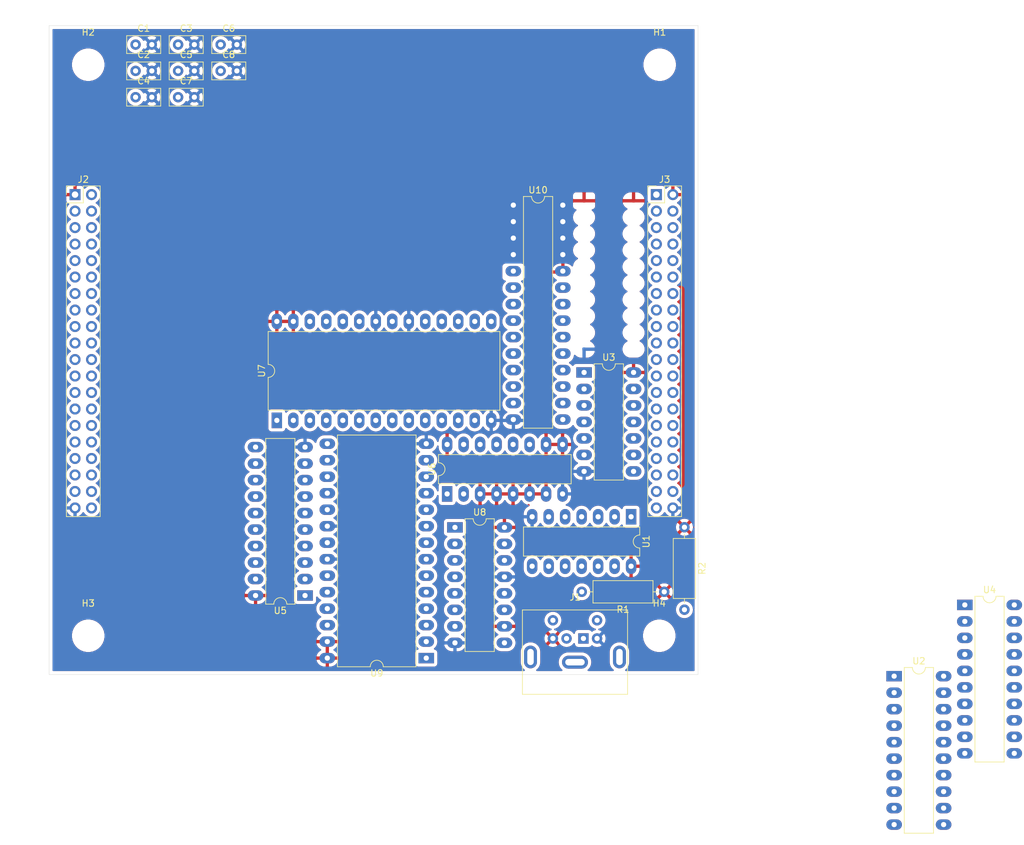
<source format=kicad_pcb>
(kicad_pcb (version 20171130) (host pcbnew "(5.1.4)-1")
  (layers (0 F.Cu signal) (31 B.Cu signal) (34 B.Paste user) (35 F.Paste user) (36 B.SilkS user) (37 F.SilkS user) (38 B.Mask user) (39 F.Mask user) (44 Edge.Cuts user))
  (net 0 "")
  (net 1 GND)
  (net 2 "Net-(C1-Pad1)")
  (net 3 +5V)
  (net 4 CU_CtrlLn11)
  (net 5 "Net-(J2-Pad3)")
  (net 6 CU_CtrlLn10)
  (net 7 "Net-(J2-Pad5)")
  (net 8 CU_CtrlLn9)
  (net 9 "Net-(J2-Pad7)")
  (net 10 CU_CtrlLn8)
  (net 11 "Net-(J2-Pad9)")
  (net 12 CU_CtrlLn7)
  (net 13 CLK_OUT)
  (net 14 CU_CtrlLn6)
  (net 15 Bus_0)
  (net 16 CU_CtrlLn5)
  (net 17 Bus_1)
  (net 18 CU_CtrlLn12)
  (net 19 Bus_2)
  (net 20 CU_CtrlLn13)
  (net 21 Bus_3)
  (net 22 CU_CtrlLn14)
  (net 23 Bus_4)
  (net 24 CU_CtrlLn15)
  (net 25 Bus_5)
  (net 26 CU_CtrlLn16)
  (net 27 Bus_6)
  (net 28 CU_CtrlLn17)
  (net 29 Bus_7)
  (net 30 CU_CtrlLn18)
  (net 31 M_RST)
  (net 32 CU_CtrlLn19)
  (net 33 "Net-(J2-Pad31)")
  (net 34 "Net-(J2-Pad32)")
  (net 35 "Net-(J2-Pad33)")
  (net 36 "Net-(J2-Pad34)")
  (net 37 "Net-(J2-Pad35)")
  (net 38 "Net-(J2-Pad36)")
  (net 39 "Net-(J2-Pad37)")
  (net 40 "Net-(J2-Pad38)")
  (net 41 "Net-(J2-Pad40)")
  (net 42 CU_MuEx_CtrlLn2)
  (net 43 CU_MuEx_CtrlLn3)
  (net 44 CU_MuEx_CtrlLn10)
  (net 45 CU_MuEx_CtrlLn4)
  (net 46 CU_MuEx_CtrlLn11)
  (net 47 CU_MuEx_CtrlLn5)
  (net 48 CU_MuEx_CtrlLn12)
  (net 49 CU_MuEx_CtrlLn6)
  (net 50 CU_MuEx_CtrlLn13)
  (net 51 CU_MuEx_CtrlLn7)
  (net 52 CU_MuEx_CtrlLn8)
  (net 53 CU_MuEx_CtrlLn9)
  (net 54 "Net-(J3-Pad17)")
  (net 55 "Net-(J3-Pad19)")
  (net 56 "Net-(J3-Pad21)")
  (net 57 KF)
  (net 58 EF)
  (net 59 CF)
  (net 60 CU_CtrlLn23)
  (net 61 CU_CtrlLn24)
  (net 62 CU_CtrlLn25)
  (net 63 "Net-(J3-Pad33)")
  (net 64 CU_CtrlLn26)
  (net 65 CU_CtrlLn20)
  (net 66 CU_CtrlLn27)
  (net 67 CU_CtrlLn21)
  (net 68 CU_MuEx_CtrlLn14)
  (net 69 CU_CtrlLn22)
  (net 70 PS2_D)
  (net 71 PS2_CLK)
  (net 72 "Net-(J1-Pad2)")
  (net 73 "Net-(J1-Pad1)")
  (net 74 Cntr_1)
  (net 75 "Net-(U1-Pad10)")
  (net 76 Cntr_3)
  (net 77 Cntr_Rst)
  (net 78 Cntr_0)
  (net 79 ASCII_Set)
  (net 80 "Net-(U1-Pad9)")
  (net 81 State_Output)
  (net 82 Shift_Latch)
  (net 83 "Net-(U2-Pad19)")
  (net 84 "Net-(U2-Pad9)")
  (net 85 ASCII_Bit_7)
  (net 86 ASCII_Bit_3)
  (net 87 ASCII_Bit_6)
  (net 88 ASCII_Bit_2)
  (net 89 "Net-(U2-Pad16)")
  (net 90 "Net-(U2-Pad6)")
  (net 91 "Net-(U2-Pad15)")
  (net 92 "Net-(U2-Pad5)")
  (net 93 ASCII_Bit_5)
  (net 94 ASCII_Bit_1)
  (net 95 ASCII_Bit_4)
  (net 96 ASCII_Bit_0)
  (net 97 "Net-(U2-Pad12)")
  (net 98 "Net-(U2-Pad2)")
  (net 99 "Net-(U3-Pad10)")
  (net 100 "Net-(U3-Pad1)")
  (net 101 "Net-(U5-Pad19)")
  (net 102 State_Break)
  (net 103 "Net-(U5-Pad18)")
  (net 104 State_Break_O)
  (net 105 State_Extra2_O)
  (net 106 State_Alt_O)
  (net 107 State_Extra2)
  (net 108 State_Alt)
  (net 109 State_Extra1)
  (net 110 State_Shift)
  (net 111 State_Extra1_O)
  (net 112 State_Shift_O)
  (net 113 State_Extra0_O)
  (net 114 State_Ctrl_O)
  (net 115 State_Extra0)
  (net 116 State_Ctrl)
  (net 117 "Net-(U6-Pad15)")
  (net 118 Cntr_2)
  (net 119 PS2_Bit_0)
  (net 120 PS2_Bit_1)
  (net 121 PS2_Bit_2)
  (net 122 PS2_Bit_3)
  (net 123 PS2_Bit_4)
  (net 124 PS2_Bit_5)
  (net 125 PS2_Bit_6)
  (net 126 PS2_Bit_7)
  (net 127 "Net-(U8-Pad9)")
  (net 128 "Net-(U3-Pad4)")
  (net 129 "Net-(U3-Pad2)")
  (net 130 "Net-(U4-Pad19)")
  (net 131 "Net-(U10-Pad13)")
  (net 132 "Net-(U10-Pad3)")
  (net 133 "Net-(U10-Pad16)")
  (module Package_DIP:DIP-28_W7.62mm_LongPads (layer F.Cu) (at 100.1014 52.5145)
    (fp_text reference U10 (at 3.81 -2.33) (layer F.SilkS))
    (fp_text value 74hct7030)
    (pad 28 thru_hole oval (at 7.62 0) (size 2.4 1.6) (drill 0.8) (layers *.Cu *.Mask) (net 3 +5V))
    (pad 14 thru_hole oval (at 0 33.02) (size 2.4 1.6) (drill 0.8) (layers *.Cu *.Mask) (net 1 GND))
    (pad 27 thru_hole oval (at 7.62 2.54) (size 2.4 1.6) (drill 0.8) (layers *.Cu *.Mask) (net 31 M_RST))
    (pad 13 thru_hole oval (at 0 30.48) (size 2.4 1.6) (drill 0.8) (layers *.Cu *.Mask) (net 131 "Net-(U10-Pad13)"))
    (pad 26 thru_hole oval (at 7.62 5.08) (size 2.4 1.6) (drill 0.8) (layers *.Cu *.Mask) (net 49 CU_MuEx_CtrlLn6))
    (pad 12 thru_hole oval (at 0 27.94) (size 2.4 1.6) (drill 0.8) (layers *.Cu *.Mask) (net 85 ASCII_Bit_7))
    (pad 25 thru_hole oval (at 7.62 7.62) (size 2.4 1.6) (drill 0.8) (layers *.Cu *.Mask) (net 57 KF))
    (pad 11 thru_hole oval (at 0 25.4) (size 2.4 1.6) (drill 0.8) (layers *.Cu *.Mask) (net 87 ASCII_Bit_6))
    (pad 24 thru_hole oval (at 7.62 10.16) (size 2.4 1.6) (drill 0.8) (layers *.Cu *.Mask) (net 15 Bus_0))
    (pad 10 thru_hole oval (at 0 22.86) (size 2.4 1.6) (drill 0.8) (layers *.Cu *.Mask) (net 93 ASCII_Bit_5))
    (pad 23 thru_hole oval (at 7.62 12.7) (size 2.4 1.6) (drill 0.8) (layers *.Cu *.Mask) (net 17 Bus_1))
    (pad 9 thru_hole oval (at 0 20.32) (size 2.4 1.6) (drill 0.8) (layers *.Cu *.Mask) (net 95 ASCII_Bit_4))
    (pad 22 thru_hole oval (at 7.62 15.24) (size 2.4 1.6) (drill 0.8) (layers *.Cu *.Mask) (net 19 Bus_2))
    (pad 8 thru_hole oval (at 0 17.78) (size 2.4 1.6) (drill 0.8) (layers *.Cu *.Mask) (net 86 ASCII_Bit_3))
    (pad 21 thru_hole oval (at 7.62 17.78) (size 2.4 1.6) (drill 0.8) (layers *.Cu *.Mask) (net 21 Bus_3))
    (pad 7 thru_hole oval (at 0 15.24) (size 2.4 1.6) (drill 0.8) (layers *.Cu *.Mask) (net 88 ASCII_Bit_2))
    (pad 20 thru_hole oval (at 7.62 20.32) (size 2.4 1.6) (drill 0.8) (layers *.Cu *.Mask) (net 23 Bus_4))
    (pad 6 thru_hole oval (at 0 12.7) (size 2.4 1.6) (drill 0.8) (layers *.Cu *.Mask) (net 94 ASCII_Bit_1))
    (pad 19 thru_hole oval (at 7.62 22.86) (size 2.4 1.6) (drill 0.8) (layers *.Cu *.Mask) (net 25 Bus_5))
    (pad 5 thru_hole oval (at 0 10.16) (size 2.4 1.6) (drill 0.8) (layers *.Cu *.Mask) (net 96 ASCII_Bit_0))
    (pad 18 thru_hole oval (at 7.62 25.4) (size 2.4 1.6) (drill 0.8) (layers *.Cu *.Mask) (net 27 Bus_6))
    (pad 4 thru_hole oval (at 0 7.62) (size 2.4 1.6) (drill 0.8) (layers *.Cu *.Mask) (net 79 ASCII_Set))
    (pad 17 thru_hole oval (at 7.62 27.94) (size 2.4 1.6) (drill 0.8) (layers *.Cu *.Mask) (net 29 Bus_7))
    (pad 3 thru_hole oval (at 0 5.08) (size 2.4 1.6) (drill 0.8) (layers *.Cu *.Mask) (net 132 "Net-(U10-Pad3)"))
    (pad 16 thru_hole oval (at 7.62 30.48) (size 2.4 1.6) (drill 0.8) (layers *.Cu *.Mask) (net 133 "Net-(U10-Pad16)"))
    (pad 2 thru_hole oval (at 0 2.54) (size 2.4 1.6) (drill 0.8) (layers *.Cu *.Mask) (net 1 GND))
    (pad 15 thru_hole oval (at 7.62 33.02) (size 2.4 1.6) (drill 0.8) (layers *.Cu *.Mask) (net 49 CU_MuEx_CtrlLn6))
    (pad 1 thru_hole rect (at 0 0) (size 2.4 1.6) (drill 0.8) (layers *.Cu *.Mask) (net 1 GND))
  )
  (module Package_DIP:DIP-28_W15.24mm_LongPads (layer F.Cu) (at 86.6902 122.2756 180)
    (fp_text reference U9 (at 7.62 -2.33) (layer F.SilkS))
    (fp_text value 28C256)
    (pad 28 thru_hole oval (at 15.24 0 180) (size 2.4 1.6) (drill 0.8) (layers *.Cu *.Mask) (net 3 +5V))
    (pad 14 thru_hole oval (at 0 33.02 180) (size 2.4 1.6) (drill 0.8) (layers *.Cu *.Mask) (net 1 GND))
    (pad 27 thru_hole oval (at 15.24 2.54 180) (size 2.4 1.6) (drill 0.8) (layers *.Cu *.Mask) (net 3 +5V))
    (pad 13 thru_hole oval (at 0 30.48 180) (size 2.4 1.6) (drill 0.8) (layers *.Cu *.Mask) (net 106 State_Alt_O))
    (pad 26 thru_hole oval (at 15.24 5.08 180) (size 2.4 1.6) (drill 0.8) (layers *.Cu *.Mask) (net 109 State_Extra1))
    (pad 12 thru_hole oval (at 0 27.94 180) (size 2.4 1.6) (drill 0.8) (layers *.Cu *.Mask) (net 112 State_Shift_O))
    (pad 25 thru_hole oval (at 15.24 7.62 180) (size 2.4 1.6) (drill 0.8) (layers *.Cu *.Mask) (net 116 State_Ctrl))
    (pad 11 thru_hole oval (at 0 25.4 180) (size 2.4 1.6) (drill 0.8) (layers *.Cu *.Mask) (net 114 State_Ctrl_O))
    (pad 24 thru_hole oval (at 15.24 10.16 180) (size 2.4 1.6) (drill 0.8) (layers *.Cu *.Mask) (net 110 State_Shift))
    (pad 10 thru_hole oval (at 0 22.86 180) (size 2.4 1.6) (drill 0.8) (layers *.Cu *.Mask) (net 119 PS2_Bit_0))
    (pad 23 thru_hole oval (at 15.24 12.7 180) (size 2.4 1.6) (drill 0.8) (layers *.Cu *.Mask) (net 102 State_Break))
    (pad 9 thru_hole oval (at 0 20.32 180) (size 2.4 1.6) (drill 0.8) (layers *.Cu *.Mask) (net 120 PS2_Bit_1))
    (pad 22 thru_hole oval (at 15.24 15.24 180) (size 2.4 1.6) (drill 0.8) (layers *.Cu *.Mask) (net 1 GND))
    (pad 8 thru_hole oval (at 0 17.78 180) (size 2.4 1.6) (drill 0.8) (layers *.Cu *.Mask) (net 121 PS2_Bit_2))
    (pad 21 thru_hole oval (at 15.24 17.78 180) (size 2.4 1.6) (drill 0.8) (layers *.Cu *.Mask) (net 108 State_Alt))
    (pad 7 thru_hole oval (at 0 15.24 180) (size 2.4 1.6) (drill 0.8) (layers *.Cu *.Mask) (net 122 PS2_Bit_3))
    (pad 20 thru_hole oval (at 15.24 20.32 180) (size 2.4 1.6) (drill 0.8) (layers *.Cu *.Mask) (net 1 GND))
    (pad 6 thru_hole oval (at 0 12.7 180) (size 2.4 1.6) (drill 0.8) (layers *.Cu *.Mask) (net 123 PS2_Bit_4))
    (pad 19 thru_hole oval (at 15.24 22.86 180) (size 2.4 1.6) (drill 0.8) (layers *.Cu *.Mask) (net 81 State_Output))
    (pad 5 thru_hole oval (at 0 10.16 180) (size 2.4 1.6) (drill 0.8) (layers *.Cu *.Mask) (net 124 PS2_Bit_5))
    (pad 18 thru_hole oval (at 15.24 25.4 180) (size 2.4 1.6) (drill 0.8) (layers *.Cu *.Mask) (net 105 State_Extra2_O))
    (pad 4 thru_hole oval (at 0 7.62 180) (size 2.4 1.6) (drill 0.8) (layers *.Cu *.Mask) (net 125 PS2_Bit_6))
    (pad 17 thru_hole oval (at 15.24 27.94 180) (size 2.4 1.6) (drill 0.8) (layers *.Cu *.Mask) (net 111 State_Extra1_O))
    (pad 3 thru_hole oval (at 0 5.08 180) (size 2.4 1.6) (drill 0.8) (layers *.Cu *.Mask) (net 126 PS2_Bit_7))
    (pad 16 thru_hole oval (at 15.24 30.48 180) (size 2.4 1.6) (drill 0.8) (layers *.Cu *.Mask) (net 113 State_Extra0_O))
    (pad 2 thru_hole oval (at 0 2.54 180) (size 2.4 1.6) (drill 0.8) (layers *.Cu *.Mask) (net 115 State_Extra0))
    (pad 15 thru_hole oval (at 15.24 33.02 180) (size 2.4 1.6) (drill 0.8) (layers *.Cu *.Mask) (net 104 State_Break_O))
    (pad 1 thru_hole rect (at 0 0 180) (size 2.4 1.6) (drill 0.8) (layers *.Cu *.Mask) (net 107 State_Extra2))
  )
  (module Package_DIP:DIP-16_W7.62mm_LongPads (layer F.Cu) (at 91.1098 102.1461)
    (fp_text reference U8 (at 3.81 -2.33) (layer F.SilkS))
    (fp_text value 74LS595)
    (pad 16 thru_hole oval (at 7.62 0) (size 2.4 1.6) (drill 0.8) (layers *.Cu *.Mask) (net 3 +5V))
    (pad 8 thru_hole oval (at 0 17.78) (size 2.4 1.6) (drill 0.8) (layers *.Cu *.Mask) (net 1 GND))
    (pad 15 thru_hole oval (at 7.62 2.54) (size 2.4 1.6) (drill 0.8) (layers *.Cu *.Mask) (net 119 PS2_Bit_0))
    (pad 7 thru_hole oval (at 0 15.24) (size 2.4 1.6) (drill 0.8) (layers *.Cu *.Mask) (net 126 PS2_Bit_7))
    (pad 14 thru_hole oval (at 7.62 5.08) (size 2.4 1.6) (drill 0.8) (layers *.Cu *.Mask) (net 70 PS2_D))
    (pad 6 thru_hole oval (at 0 12.7) (size 2.4 1.6) (drill 0.8) (layers *.Cu *.Mask) (net 125 PS2_Bit_6))
    (pad 13 thru_hole oval (at 7.62 7.62) (size 2.4 1.6) (drill 0.8) (layers *.Cu *.Mask) (net 1 GND))
    (pad 5 thru_hole oval (at 0 10.16) (size 2.4 1.6) (drill 0.8) (layers *.Cu *.Mask) (net 124 PS2_Bit_5))
    (pad 12 thru_hole oval (at 7.62 10.16) (size 2.4 1.6) (drill 0.8) (layers *.Cu *.Mask) (net 82 Shift_Latch))
    (pad 4 thru_hole oval (at 0 7.62) (size 2.4 1.6) (drill 0.8) (layers *.Cu *.Mask) (net 123 PS2_Bit_4))
    (pad 11 thru_hole oval (at 7.62 12.7) (size 2.4 1.6) (drill 0.8) (layers *.Cu *.Mask) (net 71 PS2_CLK))
    (pad 3 thru_hole oval (at 0 5.08) (size 2.4 1.6) (drill 0.8) (layers *.Cu *.Mask) (net 122 PS2_Bit_3))
    (pad 10 thru_hole oval (at 7.62 15.24) (size 2.4 1.6) (drill 0.8) (layers *.Cu *.Mask) (net 3 +5V))
    (pad 2 thru_hole oval (at 0 2.54) (size 2.4 1.6) (drill 0.8) (layers *.Cu *.Mask) (net 121 PS2_Bit_2))
    (pad 9 thru_hole oval (at 7.62 17.78) (size 2.4 1.6) (drill 0.8) (layers *.Cu *.Mask) (net 127 "Net-(U8-Pad9)"))
    (pad 1 thru_hole rect (at 0 0) (size 2.4 1.6) (drill 0.8) (layers *.Cu *.Mask) (net 120 PS2_Bit_1))
  )
  (module Package_DIP:DIP-28_W15.24mm_LongPads (layer F.Cu) (at 63.6778 85.6615 90)
    (fp_text reference U7 (at 7.62 -2.33 90) (layer F.SilkS))
    (fp_text value 28C256)
    (pad 28 thru_hole oval (at 15.24 0 90) (size 2.4 1.6) (drill 0.8) (layers *.Cu *.Mask) (net 3 +5V))
    (pad 14 thru_hole oval (at 0 33.02 90) (size 2.4 1.6) (drill 0.8) (layers *.Cu *.Mask) (net 1 GND))
    (pad 27 thru_hole oval (at 15.24 2.54 90) (size 2.4 1.6) (drill 0.8) (layers *.Cu *.Mask) (net 3 +5V))
    (pad 13 thru_hole oval (at 0 30.48 90) (size 2.4 1.6) (drill 0.8) (layers *.Cu *.Mask) (net 88 ASCII_Bit_2))
    (pad 26 thru_hole oval (at 15.24 5.08 90) (size 2.4 1.6) (drill 0.8) (layers *.Cu *.Mask) (net 109 State_Extra1))
    (pad 12 thru_hole oval (at 0 27.94 90) (size 2.4 1.6) (drill 0.8) (layers *.Cu *.Mask) (net 94 ASCII_Bit_1))
    (pad 25 thru_hole oval (at 15.24 7.62 90) (size 2.4 1.6) (drill 0.8) (layers *.Cu *.Mask) (net 116 State_Ctrl))
    (pad 11 thru_hole oval (at 0 25.4 90) (size 2.4 1.6) (drill 0.8) (layers *.Cu *.Mask) (net 96 ASCII_Bit_0))
    (pad 24 thru_hole oval (at 15.24 10.16 90) (size 2.4 1.6) (drill 0.8) (layers *.Cu *.Mask) (net 110 State_Shift))
    (pad 10 thru_hole oval (at 0 22.86 90) (size 2.4 1.6) (drill 0.8) (layers *.Cu *.Mask) (net 119 PS2_Bit_0))
    (pad 23 thru_hole oval (at 15.24 12.7 90) (size 2.4 1.6) (drill 0.8) (layers *.Cu *.Mask) (net 102 State_Break))
    (pad 9 thru_hole oval (at 0 20.32 90) (size 2.4 1.6) (drill 0.8) (layers *.Cu *.Mask) (net 120 PS2_Bit_1))
    (pad 22 thru_hole oval (at 15.24 15.24 90) (size 2.4 1.6) (drill 0.8) (layers *.Cu *.Mask) (net 1 GND))
    (pad 8 thru_hole oval (at 0 17.78 90) (size 2.4 1.6) (drill 0.8) (layers *.Cu *.Mask) (net 121 PS2_Bit_2))
    (pad 21 thru_hole oval (at 15.24 17.78 90) (size 2.4 1.6) (drill 0.8) (layers *.Cu *.Mask) (net 108 State_Alt))
    (pad 7 thru_hole oval (at 0 15.24 90) (size 2.4 1.6) (drill 0.8) (layers *.Cu *.Mask) (net 122 PS2_Bit_3))
    (pad 20 thru_hole oval (at 15.24 20.32 90) (size 2.4 1.6) (drill 0.8) (layers *.Cu *.Mask) (net 1 GND))
    (pad 6 thru_hole oval (at 0 12.7 90) (size 2.4 1.6) (drill 0.8) (layers *.Cu *.Mask) (net 123 PS2_Bit_4))
    (pad 19 thru_hole oval (at 15.24 22.86 90) (size 2.4 1.6) (drill 0.8) (layers *.Cu *.Mask) (net 85 ASCII_Bit_7))
    (pad 5 thru_hole oval (at 0 10.16 90) (size 2.4 1.6) (drill 0.8) (layers *.Cu *.Mask) (net 124 PS2_Bit_5))
    (pad 18 thru_hole oval (at 15.24 25.4 90) (size 2.4 1.6) (drill 0.8) (layers *.Cu *.Mask) (net 87 ASCII_Bit_6))
    (pad 4 thru_hole oval (at 0 7.62 90) (size 2.4 1.6) (drill 0.8) (layers *.Cu *.Mask) (net 125 PS2_Bit_6))
    (pad 17 thru_hole oval (at 15.24 27.94 90) (size 2.4 1.6) (drill 0.8) (layers *.Cu *.Mask) (net 93 ASCII_Bit_5))
    (pad 3 thru_hole oval (at 0 5.08 90) (size 2.4 1.6) (drill 0.8) (layers *.Cu *.Mask) (net 126 PS2_Bit_7))
    (pad 16 thru_hole oval (at 15.24 30.48 90) (size 2.4 1.6) (drill 0.8) (layers *.Cu *.Mask) (net 95 ASCII_Bit_4))
    (pad 2 thru_hole oval (at 0 2.54 90) (size 2.4 1.6) (drill 0.8) (layers *.Cu *.Mask) (net 115 State_Extra0))
    (pad 15 thru_hole oval (at 15.24 33.02 90) (size 2.4 1.6) (drill 0.8) (layers *.Cu *.Mask) (net 86 ASCII_Bit_3))
    (pad 1 thru_hole rect (at 0 0 90) (size 2.4 1.6) (drill 0.8) (layers *.Cu *.Mask) (net 107 State_Extra2))
  )
  (module Package_DIP:DIP-16_W7.62mm_LongPads (layer F.Cu) (at 89.9033 96.9899 90)
    (fp_text reference U6 (at 3.81 -2.33 90) (layer F.SilkS))
    (fp_text value 74LS161)
    (pad 16 thru_hole oval (at 7.62 0 90) (size 2.4 1.6) (drill 0.8) (layers *.Cu *.Mask) (net 3 +5V))
    (pad 8 thru_hole oval (at 0 17.78 90) (size 2.4 1.6) (drill 0.8) (layers *.Cu *.Mask) (net 1 GND))
    (pad 15 thru_hole oval (at 7.62 2.54 90) (size 2.4 1.6) (drill 0.8) (layers *.Cu *.Mask) (net 117 "Net-(U6-Pad15)"))
    (pad 7 thru_hole oval (at 0 15.24 90) (size 2.4 1.6) (drill 0.8) (layers *.Cu *.Mask) (net 3 +5V))
    (pad 14 thru_hole oval (at 7.62 5.08 90) (size 2.4 1.6) (drill 0.8) (layers *.Cu *.Mask) (net 78 Cntr_0))
    (pad 6 thru_hole oval (at 0 12.7 90) (size 2.4 1.6) (drill 0.8) (layers *.Cu *.Mask) (net 3 +5V))
    (pad 13 thru_hole oval (at 7.62 7.62 90) (size 2.4 1.6) (drill 0.8) (layers *.Cu *.Mask) (net 74 Cntr_1))
    (pad 5 thru_hole oval (at 0 10.16 90) (size 2.4 1.6) (drill 0.8) (layers *.Cu *.Mask) (net 3 +5V))
    (pad 12 thru_hole oval (at 7.62 10.16 90) (size 2.4 1.6) (drill 0.8) (layers *.Cu *.Mask) (net 118 Cntr_2))
    (pad 4 thru_hole oval (at 0 7.62 90) (size 2.4 1.6) (drill 0.8) (layers *.Cu *.Mask) (net 3 +5V))
    (pad 11 thru_hole oval (at 7.62 12.7 90) (size 2.4 1.6) (drill 0.8) (layers *.Cu *.Mask) (net 76 Cntr_3))
    (pad 3 thru_hole oval (at 0 5.08 90) (size 2.4 1.6) (drill 0.8) (layers *.Cu *.Mask) (net 3 +5V))
    (pad 10 thru_hole oval (at 7.62 15.24 90) (size 2.4 1.6) (drill 0.8) (layers *.Cu *.Mask) (net 3 +5V))
    (pad 2 thru_hole oval (at 0 2.54 90) (size 2.4 1.6) (drill 0.8) (layers *.Cu *.Mask) (net 71 PS2_CLK))
    (pad 9 thru_hole oval (at 7.62 17.78 90) (size 2.4 1.6) (drill 0.8) (layers *.Cu *.Mask) (net 3 +5V))
    (pad 1 thru_hole rect (at 0 0 90) (size 2.4 1.6) (drill 0.8) (layers *.Cu *.Mask) (net 77 Cntr_Rst))
  )
  (module Package_DIP:DIP-20_W7.62mm_LongPads (layer F.Cu) (at 68.0212 112.6363 180)
    (fp_text reference U5 (at 3.81 -2.33) (layer F.SilkS))
    (fp_text value 74LS273)
    (pad 20 thru_hole oval (at 7.62 0 180) (size 2.4 1.6) (drill 0.8) (layers *.Cu *.Mask) (net 3 +5V))
    (pad 10 thru_hole oval (at 0 22.86 180) (size 2.4 1.6) (drill 0.8) (layers *.Cu *.Mask) (net 1 GND))
    (pad 19 thru_hole oval (at 7.62 2.54 180) (size 2.4 1.6) (drill 0.8) (layers *.Cu *.Mask) (net 101 "Net-(U5-Pad19)"))
    (pad 9 thru_hole oval (at 0 20.32 180) (size 2.4 1.6) (drill 0.8) (layers *.Cu *.Mask) (net 102 State_Break))
    (pad 18 thru_hole oval (at 7.62 5.08 180) (size 2.4 1.6) (drill 0.8) (layers *.Cu *.Mask) (net 103 "Net-(U5-Pad18)"))
    (pad 8 thru_hole oval (at 0 17.78 180) (size 2.4 1.6) (drill 0.8) (layers *.Cu *.Mask) (net 104 State_Break_O))
    (pad 17 thru_hole oval (at 7.62 7.62 180) (size 2.4 1.6) (drill 0.8) (layers *.Cu *.Mask) (net 105 State_Extra2_O))
    (pad 7 thru_hole oval (at 0 15.24 180) (size 2.4 1.6) (drill 0.8) (layers *.Cu *.Mask) (net 106 State_Alt_O))
    (pad 16 thru_hole oval (at 7.62 10.16 180) (size 2.4 1.6) (drill 0.8) (layers *.Cu *.Mask) (net 107 State_Extra2))
    (pad 6 thru_hole oval (at 0 12.7 180) (size 2.4 1.6) (drill 0.8) (layers *.Cu *.Mask) (net 108 State_Alt))
    (pad 15 thru_hole oval (at 7.62 12.7 180) (size 2.4 1.6) (drill 0.8) (layers *.Cu *.Mask) (net 109 State_Extra1))
    (pad 5 thru_hole oval (at 0 10.16 180) (size 2.4 1.6) (drill 0.8) (layers *.Cu *.Mask) (net 110 State_Shift))
    (pad 14 thru_hole oval (at 7.62 15.24 180) (size 2.4 1.6) (drill 0.8) (layers *.Cu *.Mask) (net 111 State_Extra1_O))
    (pad 4 thru_hole oval (at 0 7.62 180) (size 2.4 1.6) (drill 0.8) (layers *.Cu *.Mask) (net 112 State_Shift_O))
    (pad 13 thru_hole oval (at 7.62 17.78 180) (size 2.4 1.6) (drill 0.8) (layers *.Cu *.Mask) (net 113 State_Extra0_O))
    (pad 3 thru_hole oval (at 0 5.08 180) (size 2.4 1.6) (drill 0.8) (layers *.Cu *.Mask) (net 114 State_Ctrl_O))
    (pad 12 thru_hole oval (at 7.62 20.32 180) (size 2.4 1.6) (drill 0.8) (layers *.Cu *.Mask) (net 115 State_Extra0))
    (pad 2 thru_hole oval (at 0 2.54 180) (size 2.4 1.6) (drill 0.8) (layers *.Cu *.Mask) (net 116 State_Ctrl))
    (pad 11 thru_hole oval (at 7.62 22.86 180) (size 2.4 1.6) (drill 0.8) (layers *.Cu *.Mask) (net 77 Cntr_Rst))
    (pad 1 thru_hole rect (at 0 0 180) (size 2.4 1.6) (drill 0.8) (layers *.Cu *.Mask) (net 31 M_RST))
  )
  (module Package_DIP:DIP-20_W7.62mm_LongPads (layer F.Cu) (at 169.6339 114.0841)
    (fp_text reference U4 (at 3.81 -2.33) (layer F.SilkS))
    (fp_text value 74LS245)
    (pad 20 thru_hole oval (at 7.62 0) (size 2.4 1.6) (drill 0.8) (layers *.Cu *.Mask) (net 3 +5V))
    (pad 10 thru_hole oval (at 0 22.86) (size 2.4 1.6) (drill 0.8) (layers *.Cu *.Mask) (net 1 GND))
    (pad 19 thru_hole oval (at 7.62 2.54) (size 2.4 1.6) (drill 0.8) (layers *.Cu *.Mask) (net 130 "Net-(U4-Pad19)"))
    (pad 9 thru_hole oval (at 0 20.32) (size 2.4 1.6) (drill 0.8) (layers *.Cu *.Mask) (net 83 "Net-(U2-Pad19)"))
    (pad 18 thru_hole oval (at 7.62 5.08) (size 2.4 1.6) (drill 0.8) (layers *.Cu *.Mask) (net 15 Bus_0))
    (pad 8 thru_hole oval (at 0 17.78) (size 2.4 1.6) (drill 0.8) (layers *.Cu *.Mask) (net 89 "Net-(U2-Pad16)"))
    (pad 17 thru_hole oval (at 7.62 7.62) (size 2.4 1.6) (drill 0.8) (layers *.Cu *.Mask) (net 17 Bus_1))
    (pad 7 thru_hole oval (at 0 15.24) (size 2.4 1.6) (drill 0.8) (layers *.Cu *.Mask) (net 91 "Net-(U2-Pad15)"))
    (pad 16 thru_hole oval (at 7.62 10.16) (size 2.4 1.6) (drill 0.8) (layers *.Cu *.Mask) (net 19 Bus_2))
    (pad 6 thru_hole oval (at 0 12.7) (size 2.4 1.6) (drill 0.8) (layers *.Cu *.Mask) (net 97 "Net-(U2-Pad12)"))
    (pad 15 thru_hole oval (at 7.62 12.7) (size 2.4 1.6) (drill 0.8) (layers *.Cu *.Mask) (net 21 Bus_3))
    (pad 5 thru_hole oval (at 0 10.16) (size 2.4 1.6) (drill 0.8) (layers *.Cu *.Mask) (net 84 "Net-(U2-Pad9)"))
    (pad 14 thru_hole oval (at 7.62 15.24) (size 2.4 1.6) (drill 0.8) (layers *.Cu *.Mask) (net 23 Bus_4))
    (pad 4 thru_hole oval (at 0 7.62) (size 2.4 1.6) (drill 0.8) (layers *.Cu *.Mask) (net 90 "Net-(U2-Pad6)"))
    (pad 13 thru_hole oval (at 7.62 17.78) (size 2.4 1.6) (drill 0.8) (layers *.Cu *.Mask) (net 25 Bus_5))
    (pad 3 thru_hole oval (at 0 5.08) (size 2.4 1.6) (drill 0.8) (layers *.Cu *.Mask) (net 92 "Net-(U2-Pad5)"))
    (pad 12 thru_hole oval (at 7.62 20.32) (size 2.4 1.6) (drill 0.8) (layers *.Cu *.Mask) (net 27 Bus_6))
    (pad 2 thru_hole oval (at 0 2.54) (size 2.4 1.6) (drill 0.8) (layers *.Cu *.Mask) (net 98 "Net-(U2-Pad2)"))
    (pad 11 thru_hole oval (at 7.62 22.86) (size 2.4 1.6) (drill 0.8) (layers *.Cu *.Mask) (net 29 Bus_7))
    (pad 1 thru_hole rect (at 0 0) (size 2.4 1.6) (drill 0.8) (layers *.Cu *.Mask) (net 3 +5V))
  )
  (module Package_DIP:DIP-14_W7.62mm_LongPads (layer F.Cu) (at 110.998 78.2828)
    (fp_text reference U3 (at 3.81 -2.33) (layer F.SilkS))
    (fp_text value 7402)
    (pad 14 thru_hole oval (at 7.62 0) (size 2.4 1.6) (drill 0.8) (layers *.Cu *.Mask) (net 3 +5V))
    (pad 7 thru_hole oval (at 0 15.24) (size 2.4 1.6) (drill 0.8) (layers *.Cu *.Mask) (net 1 GND))
    (pad 13 thru_hole oval (at 7.62 2.54) (size 2.4 1.6) (drill 0.8) (layers *.Cu *.Mask) (net 80 "Net-(U1-Pad9)"))
    (pad 6 thru_hole oval (at 0 12.7) (size 2.4 1.6) (drill 0.8) (layers *.Cu *.Mask) (net 99 "Net-(U3-Pad10)"))
    (pad 12 thru_hole oval (at 7.62 5.08) (size 2.4 1.6) (drill 0.8) (layers *.Cu *.Mask) (net 74 Cntr_1))
    (pad 5 thru_hole oval (at 0 10.16) (size 2.4 1.6) (drill 0.8) (layers *.Cu *.Mask) (net 49 CU_MuEx_CtrlLn6))
    (pad 11 thru_hole oval (at 7.62 7.62) (size 2.4 1.6) (drill 0.8) (layers *.Cu *.Mask) (net 74 Cntr_1))
    (pad 4 thru_hole oval (at 0 7.62) (size 2.4 1.6) (drill 0.8) (layers *.Cu *.Mask) (net 128 "Net-(U3-Pad4)"))
    (pad 10 thru_hole oval (at 7.62 10.16) (size 2.4 1.6) (drill 0.8) (layers *.Cu *.Mask) (net 99 "Net-(U3-Pad10)"))
    (pad 3 thru_hole oval (at 0 5.08) (size 2.4 1.6) (drill 0.8) (layers *.Cu *.Mask) (net 129 "Net-(U3-Pad2)"))
    (pad 9 thru_hole oval (at 7.62 12.7) (size 2.4 1.6) (drill 0.8) (layers *.Cu *.Mask) (net 79 ASCII_Set))
    (pad 2 thru_hole oval (at 0 2.54) (size 2.4 1.6) (drill 0.8) (layers *.Cu *.Mask) (net 129 "Net-(U3-Pad2)"))
    (pad 8 thru_hole oval (at 7.62 15.24) (size 2.4 1.6) (drill 0.8) (layers *.Cu *.Mask) (net 128 "Net-(U3-Pad4)"))
    (pad 1 thru_hole rect (at 0 0) (size 2.4 1.6) (drill 0.8) (layers *.Cu *.Mask) (net 100 "Net-(U3-Pad1)"))
  )
  (module Package_DIP:DIP-20_W7.62mm_LongPads (layer F.Cu) (at 158.75 125.0569)
    (fp_text reference U2 (at 3.81 -2.33) (layer F.SilkS))
    (fp_text value 74LS273)
    (pad 20 thru_hole oval (at 7.62 0) (size 2.4 1.6) (drill 0.8) (layers *.Cu *.Mask) (net 3 +5V))
    (pad 10 thru_hole oval (at 0 22.86) (size 2.4 1.6) (drill 0.8) (layers *.Cu *.Mask) (net 1 GND))
    (pad 19 thru_hole oval (at 7.62 2.54) (size 2.4 1.6) (drill 0.8) (layers *.Cu *.Mask) (net 83 "Net-(U2-Pad19)"))
    (pad 9 thru_hole oval (at 0 20.32) (size 2.4 1.6) (drill 0.8) (layers *.Cu *.Mask) (net 84 "Net-(U2-Pad9)"))
    (pad 18 thru_hole oval (at 7.62 5.08) (size 2.4 1.6) (drill 0.8) (layers *.Cu *.Mask) (net 85 ASCII_Bit_7))
    (pad 8 thru_hole oval (at 0 17.78) (size 2.4 1.6) (drill 0.8) (layers *.Cu *.Mask) (net 86 ASCII_Bit_3))
    (pad 17 thru_hole oval (at 7.62 7.62) (size 2.4 1.6) (drill 0.8) (layers *.Cu *.Mask) (net 87 ASCII_Bit_6))
    (pad 7 thru_hole oval (at 0 15.24) (size 2.4 1.6) (drill 0.8) (layers *.Cu *.Mask) (net 88 ASCII_Bit_2))
    (pad 16 thru_hole oval (at 7.62 10.16) (size 2.4 1.6) (drill 0.8) (layers *.Cu *.Mask) (net 89 "Net-(U2-Pad16)"))
    (pad 6 thru_hole oval (at 0 12.7) (size 2.4 1.6) (drill 0.8) (layers *.Cu *.Mask) (net 90 "Net-(U2-Pad6)"))
    (pad 15 thru_hole oval (at 7.62 12.7) (size 2.4 1.6) (drill 0.8) (layers *.Cu *.Mask) (net 91 "Net-(U2-Pad15)"))
    (pad 5 thru_hole oval (at 0 10.16) (size 2.4 1.6) (drill 0.8) (layers *.Cu *.Mask) (net 92 "Net-(U2-Pad5)"))
    (pad 14 thru_hole oval (at 7.62 15.24) (size 2.4 1.6) (drill 0.8) (layers *.Cu *.Mask) (net 93 ASCII_Bit_5))
    (pad 4 thru_hole oval (at 0 7.62) (size 2.4 1.6) (drill 0.8) (layers *.Cu *.Mask) (net 94 ASCII_Bit_1))
    (pad 13 thru_hole oval (at 7.62 17.78) (size 2.4 1.6) (drill 0.8) (layers *.Cu *.Mask) (net 95 ASCII_Bit_4))
    (pad 3 thru_hole oval (at 0 5.08) (size 2.4 1.6) (drill 0.8) (layers *.Cu *.Mask) (net 96 ASCII_Bit_0))
    (pad 12 thru_hole oval (at 7.62 20.32) (size 2.4 1.6) (drill 0.8) (layers *.Cu *.Mask) (net 97 "Net-(U2-Pad12)"))
    (pad 2 thru_hole oval (at 0 2.54) (size 2.4 1.6) (drill 0.8) (layers *.Cu *.Mask) (net 98 "Net-(U2-Pad2)"))
    (pad 11 thru_hole oval (at 7.62 22.86) (size 2.4 1.6) (drill 0.8) (layers *.Cu *.Mask) (net 79 ASCII_Set))
    (pad 1 thru_hole rect (at 0 0) (size 2.4 1.6) (drill 0.8) (layers *.Cu *.Mask) (net 31 M_RST))
  )
  (module Package_DIP:DIP-14_W7.62mm_LongPads (layer F.Cu) (at 118.237 100.5078 270)
    (fp_text reference U1 (at 3.81 -2.33 90) (layer F.SilkS))
    (fp_text value 74LS08)
    (pad 14 thru_hole oval (at 7.62 0 270) (size 2.4 1.6) (drill 0.8) (layers *.Cu *.Mask) (net 3 +5V))
    (pad 7 thru_hole oval (at 0 15.24 270) (size 2.4 1.6) (drill 0.8) (layers *.Cu *.Mask) (net 1 GND))
    (pad 13 thru_hole oval (at 7.62 2.54 270) (size 2.4 1.6) (drill 0.8) (layers *.Cu *.Mask) (net 74 Cntr_1))
    (pad 6 thru_hole oval (at 0 12.7 270) (size 2.4 1.6) (drill 0.8) (layers *.Cu *.Mask) (net 75 "Net-(U1-Pad10)"))
    (pad 12 thru_hole oval (at 7.62 5.08 270) (size 2.4 1.6) (drill 0.8) (layers *.Cu *.Mask) (net 75 "Net-(U1-Pad10)"))
    (pad 5 thru_hole oval (at 0 10.16 270) (size 2.4 1.6) (drill 0.8) (layers *.Cu *.Mask) (net 76 Cntr_3))
    (pad 11 thru_hole oval (at 7.62 7.62 270) (size 2.4 1.6) (drill 0.8) (layers *.Cu *.Mask) (net 77 Cntr_Rst))
    (pad 4 thru_hole oval (at 0 7.62 270) (size 2.4 1.6) (drill 0.8) (layers *.Cu *.Mask) (net 78 Cntr_0))
    (pad 10 thru_hole oval (at 7.62 10.16 270) (size 2.4 1.6) (drill 0.8) (layers *.Cu *.Mask) (net 75 "Net-(U1-Pad10)"))
    (pad 3 thru_hole oval (at 0 5.08 270) (size 2.4 1.6) (drill 0.8) (layers *.Cu *.Mask) (net 79 ASCII_Set))
    (pad 9 thru_hole oval (at 7.62 12.7 270) (size 2.4 1.6) (drill 0.8) (layers *.Cu *.Mask) (net 80 "Net-(U1-Pad9)"))
    (pad 2 thru_hole oval (at 0 2.54 270) (size 2.4 1.6) (drill 0.8) (layers *.Cu *.Mask) (net 81 State_Output))
    (pad 8 thru_hole oval (at 7.62 15.24 270) (size 2.4 1.6) (drill 0.8) (layers *.Cu *.Mask) (net 82 Shift_Latch))
    (pad 1 thru_hole rect (at 0 0 270) (size 2.4 1.6) (drill 0.8) (layers *.Cu *.Mask) (net 77 Cntr_Rst))
  )
  (module Resistor_THT:R_Axial_DIN0309_L9.0mm_D3.2mm_P12.70mm_Horizontal (layer F.Cu) (at 126.4539 102.1207 270)
    (fp_text reference R2 (at 6.35 -2.72 90) (layer F.SilkS))
    (fp_text value 10k)
    (pad 2 thru_hole oval (at 12.7 0 270) (size 1.6 1.6) (drill 0.8) (layers *.Cu *.Mask) (net 71 PS2_CLK))
    (pad 1 thru_hole circle (at 0 0 270) (size 1.6 1.6) (drill 0.8) (layers *.Cu *.Mask) (net 3 +5V))
  )
  (module Resistor_THT:R_Axial_DIN0309_L9.0mm_D3.2mm_P12.70mm_Horizontal (layer F.Cu) (at 123.3424 112.0648 180)
    (fp_text reference R1 (at 6.35 -2.72) (layer F.SilkS))
    (fp_text value 10k)
    (pad 2 thru_hole oval (at 12.7 0 180) (size 1.6 1.6) (drill 0.8) (layers *.Cu *.Mask) (net 70 PS2_D))
    (pad 1 thru_hole circle (at 0 0 180) (size 1.6 1.6) (drill 0.8) (layers *.Cu *.Mask) (net 3 +5V))
  )
  (module "custom lib:Connector_Mini-DIN_Female_6Pin_2rows" (layer F.Cu) (at 110.8964 119.253)
    (fp_text reference J1 (at -1.27 -6.35) (layer F.SilkS))
    (fp_text value Mini-DIN-6)
    (pad 7 thru_hole oval (at -1.3 3.65) (size 4 2) (drill oval 3 1) (layers *.Cu *.Mask))
    (pad 6 thru_hole circle (at -4.7 -2.8) (size 1.6 1.6) (drill 0.8) (layers *.Cu *.Mask) (net 70 PS2_D))
    (pad 5 thru_hole circle (at 2.1 -2.8) (size 1.6 1.6) (drill 0.8) (layers *.Cu *.Mask) (net 71 PS2_CLK))
    (pad 4 thru_hole circle (at -4.7 0) (size 1.6 1.6) (drill 0.8) (layers *.Cu *.Mask) (net 3 +5V))
    (pad 3 thru_hole circle (at 2.1 0) (size 1.6 1.6) (drill 0.8) (layers *.Cu *.Mask) (net 1 GND))
    (pad 2 thru_hole circle (at -2.6 0) (size 1.6 1.6) (drill 0.8) (layers *.Cu *.Mask) (net 72 "Net-(J1-Pad2)"))
    (pad 1 thru_hole rect (at 0 0) (size 1.6 1.6) (drill 0.8) (layers *.Cu *.Mask) (net 73 "Net-(J1-Pad1)"))
    (pad 7 thru_hole oval (at 5.55 2.85) (size 2 3.5) (drill oval 1 2.5) (layers *.Cu *.Mask))
    (pad 7 thru_hole oval (at -8.15 2.85) (size 2 3.5) (drill oval 1 2.5) (layers *.Cu *.Mask))
  )
  (module Capacitor_THT:C_Disc_D5.0mm_W2.5mm_P2.50mm (layer F.Cu) (at 55.0227 31.8376)
    (fp_text reference C8 (at 1.25 -2.5) (layer F.SilkS))
    (fp_text value 100nf)
    (pad 2 thru_hole circle (at 2.5 0) (size 1.6 1.6) (drill 0.8) (layers *.Cu *.Mask) (net 1 GND))
    (pad 1 thru_hole circle (at 0 0) (size 1.6 1.6) (drill 0.8) (layers *.Cu *.Mask) (net 2 "Net-(C1-Pad1)"))
  )
  (module Capacitor_THT:C_Disc_D5.0mm_W2.5mm_P2.50mm (layer F.Cu) (at 48.4727 35.8876)
    (fp_text reference C7 (at 1.25 -2.5) (layer F.SilkS))
    (fp_text value 100nf)
    (pad 2 thru_hole circle (at 2.5 0) (size 1.6 1.6) (drill 0.8) (layers *.Cu *.Mask) (net 1 GND))
    (pad 1 thru_hole circle (at 0 0) (size 1.6 1.6) (drill 0.8) (layers *.Cu *.Mask) (net 2 "Net-(C1-Pad1)"))
  )
  (module Capacitor_THT:C_Disc_D5.0mm_W2.5mm_P2.50mm (layer F.Cu) (at 55.0227 27.7876)
    (fp_text reference C6 (at 1.25 -2.5) (layer F.SilkS))
    (fp_text value 100nf)
    (pad 2 thru_hole circle (at 2.5 0) (size 1.6 1.6) (drill 0.8) (layers *.Cu *.Mask) (net 1 GND))
    (pad 1 thru_hole circle (at 0 0) (size 1.6 1.6) (drill 0.8) (layers *.Cu *.Mask) (net 2 "Net-(C1-Pad1)"))
  )
  (module Capacitor_THT:C_Disc_D5.0mm_W2.5mm_P2.50mm (layer F.Cu) (at 48.4727 31.8376)
    (fp_text reference C5 (at 1.25 -2.5) (layer F.SilkS))
    (fp_text value 100nf)
    (pad 2 thru_hole circle (at 2.5 0) (size 1.6 1.6) (drill 0.8) (layers *.Cu *.Mask) (net 1 GND))
    (pad 1 thru_hole circle (at 0 0) (size 1.6 1.6) (drill 0.8) (layers *.Cu *.Mask) (net 2 "Net-(C1-Pad1)"))
  )
  (module Capacitor_THT:C_Disc_D5.0mm_W2.5mm_P2.50mm (layer F.Cu) (at 41.9227 35.8876)
    (fp_text reference C4 (at 1.25 -2.5) (layer F.SilkS))
    (fp_text value 100nf)
    (pad 2 thru_hole circle (at 2.5 0) (size 1.6 1.6) (drill 0.8) (layers *.Cu *.Mask) (net 1 GND))
    (pad 1 thru_hole circle (at 0 0) (size 1.6 1.6) (drill 0.8) (layers *.Cu *.Mask) (net 2 "Net-(C1-Pad1)"))
  )
  (module Capacitor_THT:C_Disc_D5.0mm_W2.5mm_P2.50mm (layer F.Cu) (at 48.4727 27.7876)
    (fp_text reference C3 (at 1.25 -2.5) (layer F.SilkS))
    (fp_text value 100nf)
    (pad 2 thru_hole circle (at 2.5 0) (size 1.6 1.6) (drill 0.8) (layers *.Cu *.Mask) (net 1 GND))
    (pad 1 thru_hole circle (at 0 0) (size 1.6 1.6) (drill 0.8) (layers *.Cu *.Mask) (net 2 "Net-(C1-Pad1)"))
  )
  (module Capacitor_THT:C_Disc_D5.0mm_W2.5mm_P2.50mm (layer F.Cu) (at 41.9227 31.8376)
    (fp_text reference C2 (at 1.25 -2.5) (layer F.SilkS))
    (fp_text value 100nf)
    (pad 2 thru_hole circle (at 2.5 0) (size 1.6 1.6) (drill 0.8) (layers *.Cu *.Mask) (net 1 GND))
    (pad 1 thru_hole circle (at 0 0) (size 1.6 1.6) (drill 0.8) (layers *.Cu *.Mask) (net 2 "Net-(C1-Pad1)"))
  )
  (module Capacitor_THT:C_Disc_D5.0mm_W2.5mm_P2.50mm (layer F.Cu) (at 41.9227 27.7876)
    (fp_text reference C1 (at 1.25 -2.5) (layer F.SilkS))
    (fp_text value 100nf)
    (pad 2 thru_hole circle (at 2.5 0) (size 1.6 1.6) (drill 0.8) (layers *.Cu *.Mask) (net 1 GND))
    (pad 1 thru_hole circle (at 0 0) (size 1.6 1.6) (drill 0.8) (layers *.Cu *.Mask) (net 2 "Net-(C1-Pad1)"))
  )
  (module MountingHole:MountingHole_4mm (layer F.Cu) (at 122.64136 30.88894)
    (fp_text reference H1 (at 0 -5) (layer F.SilkS))
    (fp_text value MountingHole)
    (pad 1 np_thru_hole circle (at 0 0) (size 4 4) (drill 4) (layers *.Cu *.Mask))
  )
  (module MountingHole:MountingHole_4mm (layer F.Cu) (at 34.63036 30.88894)
    (fp_text reference H2 (at 0 -5) (layer F.SilkS))
    (fp_text value MountingHole)
    (pad 1 np_thru_hole circle (at 0 0) (size 4 4) (drill 4) (layers *.Cu *.Mask))
  )
  (module MountingHole:MountingHole_4mm (layer F.Cu) (at 34.63036 118.83644)
    (fp_text reference H3 (at 0 -5) (layer F.SilkS))
    (fp_text value MountingHole)
    (pad 1 np_thru_hole circle (at 0 0) (size 4 4) (drill 4) (layers *.Cu *.Mask))
  )
  (module MountingHole:MountingHole_4mm (layer F.Cu) (at 122.57786 118.83644)
    (fp_text reference H4 (at 0 -5) (layer F.SilkS))
    (fp_text value MountingHole)
    (pad 1 np_thru_hole circle (at 0 0) (size 4 4) (drill 4) (layers *.Cu *.Mask))
  )
  (module Connector_PinHeader_2.54mm:PinHeader_2x20_P2.54mm_Vertical (layer F.Cu) (at 32.59836 50.89144)
    (fp_text reference J2 (at 1.27 -2.33) (layer F.SilkS))
    (fp_text value Conn_02x20_Odd_Even)
    (pad 1 thru_hole rect (at 0 0) (size 1.7 1.7) (drill 1) (layers *.Cu *.Mask) (net 3 +5V))
    (pad 2 thru_hole oval (at 2.54 0) (size 1.7 1.7) (drill 1) (layers *.Cu *.Mask) (net 4 CU_CtrlLn11))
    (pad 3 thru_hole oval (at 0 2.54) (size 1.7 1.7) (drill 1) (layers *.Cu *.Mask) (net 5 "Net-(J2-Pad3)"))
    (pad 4 thru_hole oval (at 2.54 2.54) (size 1.7 1.7) (drill 1) (layers *.Cu *.Mask) (net 6 CU_CtrlLn10))
    (pad 5 thru_hole oval (at 0 5.08) (size 1.7 1.7) (drill 1) (layers *.Cu *.Mask) (net 7 "Net-(J2-Pad5)"))
    (pad 6 thru_hole oval (at 2.54 5.08) (size 1.7 1.7) (drill 1) (layers *.Cu *.Mask) (net 8 CU_CtrlLn9))
    (pad 7 thru_hole oval (at 0 7.62) (size 1.7 1.7) (drill 1) (layers *.Cu *.Mask) (net 9 "Net-(J2-Pad7)"))
    (pad 8 thru_hole oval (at 2.54 7.62) (size 1.7 1.7) (drill 1) (layers *.Cu *.Mask) (net 10 CU_CtrlLn8))
    (pad 9 thru_hole oval (at 0 10.16) (size 1.7 1.7) (drill 1) (layers *.Cu *.Mask) (net 11 "Net-(J2-Pad9)"))
    (pad 10 thru_hole oval (at 2.54 10.16) (size 1.7 1.7) (drill 1) (layers *.Cu *.Mask) (net 12 CU_CtrlLn7))
    (pad 11 thru_hole oval (at 0 12.7) (size 1.7 1.7) (drill 1) (layers *.Cu *.Mask) (net 13 CLK_OUT))
    (pad 12 thru_hole oval (at 2.54 12.7) (size 1.7 1.7) (drill 1) (layers *.Cu *.Mask) (net 14 CU_CtrlLn6))
    (pad 13 thru_hole oval (at 0 15.24) (size 1.7 1.7) (drill 1) (layers *.Cu *.Mask) (net 15 Bus_0))
    (pad 14 thru_hole oval (at 2.54 15.24) (size 1.7 1.7) (drill 1) (layers *.Cu *.Mask) (net 16 CU_CtrlLn5))
    (pad 15 thru_hole oval (at 0 17.78) (size 1.7 1.7) (drill 1) (layers *.Cu *.Mask) (net 17 Bus_1))
    (pad 16 thru_hole oval (at 2.54 17.78) (size 1.7 1.7) (drill 1) (layers *.Cu *.Mask) (net 18 CU_CtrlLn12))
    (pad 17 thru_hole oval (at 0 20.32) (size 1.7 1.7) (drill 1) (layers *.Cu *.Mask) (net 19 Bus_2))
    (pad 18 thru_hole oval (at 2.54 20.32) (size 1.7 1.7) (drill 1) (layers *.Cu *.Mask) (net 20 CU_CtrlLn13))
    (pad 19 thru_hole oval (at 0 22.86) (size 1.7 1.7) (drill 1) (layers *.Cu *.Mask) (net 21 Bus_3))
    (pad 20 thru_hole oval (at 2.54 22.86) (size 1.7 1.7) (drill 1) (layers *.Cu *.Mask) (net 22 CU_CtrlLn14))
    (pad 21 thru_hole oval (at 0 25.4) (size 1.7 1.7) (drill 1) (layers *.Cu *.Mask) (net 23 Bus_4))
    (pad 22 thru_hole oval (at 2.54 25.4) (size 1.7 1.7) (drill 1) (layers *.Cu *.Mask) (net 24 CU_CtrlLn15))
    (pad 23 thru_hole oval (at 0 27.94) (size 1.7 1.7) (drill 1) (layers *.Cu *.Mask) (net 25 Bus_5))
    (pad 24 thru_hole oval (at 2.54 27.94) (size 1.7 1.7) (drill 1) (layers *.Cu *.Mask) (net 26 CU_CtrlLn16))
    (pad 25 thru_hole oval (at 0 30.48) (size 1.7 1.7) (drill 1) (layers *.Cu *.Mask) (net 27 Bus_6))
    (pad 26 thru_hole oval (at 2.54 30.48) (size 1.7 1.7) (drill 1) (layers *.Cu *.Mask) (net 28 CU_CtrlLn17))
    (pad 27 thru_hole oval (at 0 33.02) (size 1.7 1.7) (drill 1) (layers *.Cu *.Mask) (net 29 Bus_7))
    (pad 28 thru_hole oval (at 2.54 33.02) (size 1.7 1.7) (drill 1) (layers *.Cu *.Mask) (net 30 CU_CtrlLn18))
    (pad 29 thru_hole oval (at 0 35.56) (size 1.7 1.7) (drill 1) (layers *.Cu *.Mask) (net 31 M_RST))
    (pad 30 thru_hole oval (at 2.54 35.56) (size 1.7 1.7) (drill 1) (layers *.Cu *.Mask) (net 32 CU_CtrlLn19))
    (pad 31 thru_hole oval (at 0 38.1) (size 1.7 1.7) (drill 1) (layers *.Cu *.Mask) (net 33 "Net-(J2-Pad31)"))
    (pad 32 thru_hole oval (at 2.54 38.1) (size 1.7 1.7) (drill 1) (layers *.Cu *.Mask) (net 34 "Net-(J2-Pad32)"))
    (pad 33 thru_hole oval (at 0 40.64) (size 1.7 1.7) (drill 1) (layers *.Cu *.Mask) (net 35 "Net-(J2-Pad33)"))
    (pad 34 thru_hole oval (at 2.54 40.64) (size 1.7 1.7) (drill 1) (layers *.Cu *.Mask) (net 36 "Net-(J2-Pad34)"))
    (pad 35 thru_hole oval (at 0 43.18) (size 1.7 1.7) (drill 1) (layers *.Cu *.Mask) (net 37 "Net-(J2-Pad35)"))
    (pad 36 thru_hole oval (at 2.54 43.18) (size 1.7 1.7) (drill 1) (layers *.Cu *.Mask) (net 38 "Net-(J2-Pad36)"))
    (pad 37 thru_hole oval (at 0 45.72) (size 1.7 1.7) (drill 1) (layers *.Cu *.Mask) (net 39 "Net-(J2-Pad37)"))
    (pad 38 thru_hole oval (at 2.54 45.72) (size 1.7 1.7) (drill 1) (layers *.Cu *.Mask) (net 40 "Net-(J2-Pad38)"))
    (pad 39 thru_hole oval (at 0 48.26) (size 1.7 1.7) (drill 1) (layers *.Cu *.Mask) (net 1 GND))
    (pad 40 thru_hole oval (at 2.54 48.26) (size 1.7 1.7) (drill 1) (layers *.Cu *.Mask) (net 41 "Net-(J2-Pad40)"))
  )
  (module Connector_PinHeader_2.54mm:PinHeader_2x20_P2.54mm_Vertical (layer F.Cu) (at 122.13336 50.89144)
    (fp_text reference J3 (at 1.27 -2.33) (layer F.SilkS))
    (fp_text value Conn_02x20_Odd_Even)
    (pad 1 thru_hole rect (at 0 0) (size 1.7 1.7) (drill 1) (layers *.Cu *.Mask) (net 42 CU_MuEx_CtrlLn2))
    (pad 2 thru_hole oval (at 2.54 0) (size 1.7 1.7) (drill 1) (layers *.Cu *.Mask) (net 3 +5V))
    (pad 3 thru_hole oval (at 0 2.54) (size 1.7 1.7) (drill 1) (layers *.Cu *.Mask) (net 43 CU_MuEx_CtrlLn3))
    (pad 4 thru_hole oval (at 2.54 2.54) (size 1.7 1.7) (drill 1) (layers *.Cu *.Mask) (net 44 CU_MuEx_CtrlLn10))
    (pad 5 thru_hole oval (at 0 5.08) (size 1.7 1.7) (drill 1) (layers *.Cu *.Mask) (net 45 CU_MuEx_CtrlLn4))
    (pad 6 thru_hole oval (at 2.54 5.08) (size 1.7 1.7) (drill 1) (layers *.Cu *.Mask) (net 46 CU_MuEx_CtrlLn11))
    (pad 7 thru_hole oval (at 0 7.62) (size 1.7 1.7) (drill 1) (layers *.Cu *.Mask) (net 47 CU_MuEx_CtrlLn5))
    (pad 8 thru_hole oval (at 2.54 7.62) (size 1.7 1.7) (drill 1) (layers *.Cu *.Mask) (net 48 CU_MuEx_CtrlLn12))
    (pad 9 thru_hole oval (at 0 10.16) (size 1.7 1.7) (drill 1) (layers *.Cu *.Mask) (net 49 CU_MuEx_CtrlLn6))
    (pad 10 thru_hole oval (at 2.54 10.16) (size 1.7 1.7) (drill 1) (layers *.Cu *.Mask) (net 50 CU_MuEx_CtrlLn13))
    (pad 11 thru_hole oval (at 0 12.7) (size 1.7 1.7) (drill 1) (layers *.Cu *.Mask) (net 51 CU_MuEx_CtrlLn7))
    (pad 12 thru_hole oval (at 2.54 12.7) (size 1.7 1.7) (drill 1) (layers *.Cu *.Mask) (net 13 CLK_OUT))
    (pad 13 thru_hole oval (at 0 15.24) (size 1.7 1.7) (drill 1) (layers *.Cu *.Mask) (net 52 CU_MuEx_CtrlLn8))
    (pad 14 thru_hole oval (at 2.54 15.24) (size 1.7 1.7) (drill 1) (layers *.Cu *.Mask) (net 15 Bus_0))
    (pad 15 thru_hole oval (at 0 17.78) (size 1.7 1.7) (drill 1) (layers *.Cu *.Mask) (net 53 CU_MuEx_CtrlLn9))
    (pad 16 thru_hole oval (at 2.54 17.78) (size 1.7 1.7) (drill 1) (layers *.Cu *.Mask) (net 17 Bus_1))
    (pad 17 thru_hole oval (at 0 20.32) (size 1.7 1.7) (drill 1) (layers *.Cu *.Mask) (net 54 "Net-(J3-Pad17)"))
    (pad 18 thru_hole oval (at 2.54 20.32) (size 1.7 1.7) (drill 1) (layers *.Cu *.Mask) (net 19 Bus_2))
    (pad 19 thru_hole oval (at 0 22.86) (size 1.7 1.7) (drill 1) (layers *.Cu *.Mask) (net 55 "Net-(J3-Pad19)"))
    (pad 20 thru_hole oval (at 2.54 22.86) (size 1.7 1.7) (drill 1) (layers *.Cu *.Mask) (net 21 Bus_3))
    (pad 21 thru_hole oval (at 0 25.4) (size 1.7 1.7) (drill 1) (layers *.Cu *.Mask) (net 56 "Net-(J3-Pad21)"))
    (pad 22 thru_hole oval (at 2.54 25.4) (size 1.7 1.7) (drill 1) (layers *.Cu *.Mask) (net 23 Bus_4))
    (pad 23 thru_hole oval (at 0 27.94) (size 1.7 1.7) (drill 1) (layers *.Cu *.Mask) (net 57 KF))
    (pad 24 thru_hole oval (at 2.54 27.94) (size 1.7 1.7) (drill 1) (layers *.Cu *.Mask) (net 25 Bus_5))
    (pad 25 thru_hole oval (at 0 30.48) (size 1.7 1.7) (drill 1) (layers *.Cu *.Mask) (net 58 EF))
    (pad 26 thru_hole oval (at 2.54 30.48) (size 1.7 1.7) (drill 1) (layers *.Cu *.Mask) (net 27 Bus_6))
    (pad 27 thru_hole oval (at 0 33.02) (size 1.7 1.7) (drill 1) (layers *.Cu *.Mask) (net 59 CF))
    (pad 28 thru_hole oval (at 2.54 33.02) (size 1.7 1.7) (drill 1) (layers *.Cu *.Mask) (net 29 Bus_7))
    (pad 29 thru_hole oval (at 0 35.56) (size 1.7 1.7) (drill 1) (layers *.Cu *.Mask) (net 60 CU_CtrlLn23))
    (pad 30 thru_hole oval (at 2.54 35.56) (size 1.7 1.7) (drill 1) (layers *.Cu *.Mask) (net 31 M_RST))
    (pad 31 thru_hole oval (at 0 38.1) (size 1.7 1.7) (drill 1) (layers *.Cu *.Mask) (net 61 CU_CtrlLn24))
    (pad 32 thru_hole oval (at 2.54 38.1) (size 1.7 1.7) (drill 1) (layers *.Cu *.Mask) (net 62 CU_CtrlLn25))
    (pad 33 thru_hole oval (at 0 40.64) (size 1.7 1.7) (drill 1) (layers *.Cu *.Mask) (net 63 "Net-(J3-Pad33)"))
    (pad 34 thru_hole oval (at 2.54 40.64) (size 1.7 1.7) (drill 1) (layers *.Cu *.Mask) (net 64 CU_CtrlLn26))
    (pad 35 thru_hole oval (at 0 43.18) (size 1.7 1.7) (drill 1) (layers *.Cu *.Mask) (net 65 CU_CtrlLn20))
    (pad 36 thru_hole oval (at 2.54 43.18) (size 1.7 1.7) (drill 1) (layers *.Cu *.Mask) (net 66 CU_CtrlLn27))
    (pad 37 thru_hole oval (at 0 45.72) (size 1.7 1.7) (drill 1) (layers *.Cu *.Mask) (net 67 CU_CtrlLn21))
    (pad 38 thru_hole oval (at 2.54 45.72) (size 1.7 1.7) (drill 1) (layers *.Cu *.Mask) (net 68 CU_MuEx_CtrlLn14))
    (pad 39 thru_hole oval (at 0 48.26) (size 1.7 1.7) (drill 1) (layers *.Cu *.Mask) (net 69 CU_CtrlLn22))
    (pad 40 thru_hole oval (at 2.54 48.26) (size 1.7 1.7) (drill 1) (layers *.Cu *.Mask) (net 1 GND))
  )
  (gr_line (start 128.54686 24.85644) (end 28.59786 24.85644) (layer Edge.Cuts) (width 0.05))
  (gr_line (start 28.59786 24.85644) (end 28.59786 124.80544) (layer Edge.Cuts) (width 0.05))
  (gr_line (start 28.6004 124.80544) (end 128.54686 124.80544) (layer Edge.Cuts) (width 0.05))
  (gr_line (start 128.54686 124.80544) (end 128.54686 24.85644) (layer Edge.Cuts) (width 0.05))
  (segment (start 125.848361 65.553841) (end 125.848361 95.436439) (width 0.25) (layer B.Cu) (net 0))
  (zone (net 1) (net_name GND) (layer B.Cu) (connect_pads (clearance 0.508)) (min_thickness 0.254) (fill yes (arc_segments 32) (thermal_gap 0.508) (thermal_bridge_width 0.508))
    (polygon (pts (xy 133.69036 20.91944) (xy 22.69236 21.61794) (xy 21.04136 132.29844) (xy 134.32536 131.02844) (xy 133.75386 20.91944)))
  )
  (zone (net 3) (net_name +5V) (layer F.Cu) (connect_pads (clearance 0.508)) (min_thickness 0.254) (fill yes (arc_segments 32) (thermal_gap 0.508) (thermal_bridge_width 0.508))
    (polygon (pts (xy 131.40436 129.31394) (xy 130.95986 22.82444) (xy 24.53386 23.26894) (xy 23.83536 130.01244) (xy 131.53136 129.50444)))
  )
)
</source>
